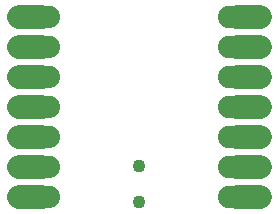
<source format=gbr>
G04 EAGLE Gerber RS-274X export*
G75*
%MOMM*%
%FSLAX34Y34*%
%LPD*%
%INSoldermask Bottom*%
%IPPOS*%
%AMOC8*
5,1,8,0,0,1.08239X$1,22.5*%
G01*
%ADD10C,1.879600*%
%ADD11C,2.051600*%
%ADD12C,1.101600*%


D10*
X165100Y179705D03*
X165100Y154305D03*
X165100Y128905D03*
X165100Y103505D03*
X165100Y78105D03*
X165100Y52705D03*
X165100Y27305D03*
D11*
X171350Y179705D02*
X190850Y179705D01*
X190850Y154305D02*
X171350Y154305D01*
X171350Y128905D02*
X190850Y128905D01*
X190850Y103505D02*
X171350Y103505D01*
X171350Y78105D02*
X190850Y78105D01*
X190850Y52705D02*
X171350Y52705D01*
X171350Y27305D02*
X190850Y27305D01*
D10*
X12700Y27305D03*
X12700Y52705D03*
X12700Y78105D03*
X12700Y103505D03*
X12700Y128905D03*
X12700Y154305D03*
X12700Y179705D03*
D11*
X6450Y27305D02*
X-13050Y27305D01*
X-13050Y52705D02*
X6450Y52705D01*
X6450Y78105D02*
X-13050Y78105D01*
X-13050Y103505D02*
X6450Y103505D01*
X6450Y128905D02*
X-13050Y128905D01*
X-13050Y154305D02*
X6450Y154305D01*
X6450Y179705D02*
X-13050Y179705D01*
D12*
X88900Y53100D03*
X88900Y23100D03*
M02*

</source>
